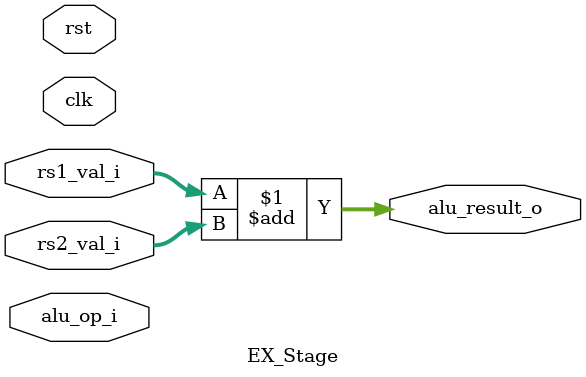
<source format=sv>
`default_nettype none
module EX_Stage (
  input  logic        clk,
  input  logic        rst,
  input  logic [31:0] rs1_val_i,
  input  logic [31:0] rs2_val_i,
  input  logic [31:0] alu_op_i,      // 32 bits for top_core consistency
  output logic [31:0] alu_result_o
);
  // Simple placeholder ALU behavior for now
  assign alu_result_o = rs1_val_i + rs2_val_i;  // basic addition test
endmodule : EX_Stage

</source>
